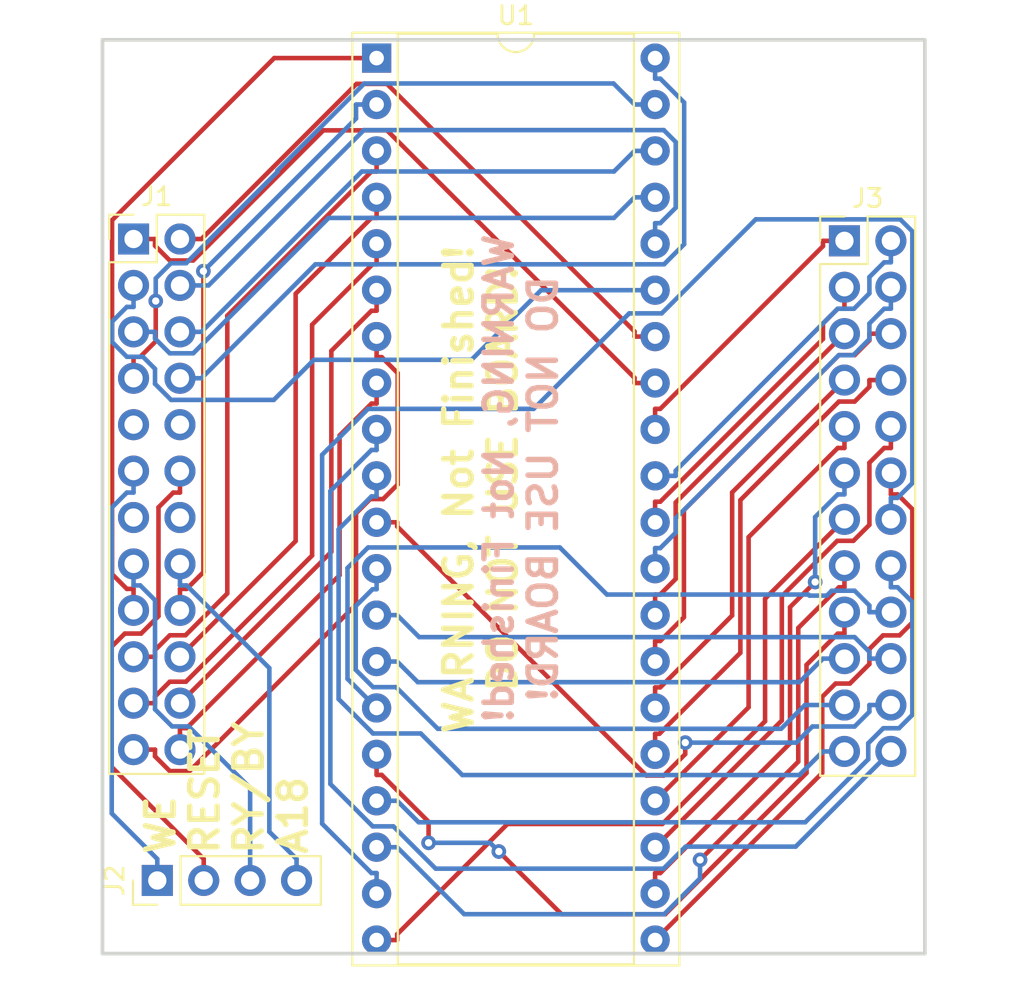
<source format=kicad_pcb>
(kicad_pcb (version 20171130) (host pcbnew 5.0.0)

  (general
    (thickness 1.6)
    (drawings 7)
    (tracks 390)
    (zones 0)
    (modules 4)
    (nets 49)
  )

  (page A4)
  (layers
    (0 F.Cu signal)
    (31 B.Cu signal)
    (32 B.Adhes user)
    (33 F.Adhes user)
    (34 B.Paste user)
    (35 F.Paste user)
    (36 B.SilkS user)
    (37 F.SilkS user)
    (38 B.Mask user)
    (39 F.Mask user)
    (40 Dwgs.User user)
    (41 Cmts.User user)
    (42 Eco1.User user)
    (43 Eco2.User user)
    (44 Edge.Cuts user)
    (45 Margin user)
    (46 B.CrtYd user)
    (47 F.CrtYd user)
    (48 B.Fab user)
    (49 F.Fab user)
  )

  (setup
    (last_trace_width 0.25)
    (trace_clearance 0.2)
    (zone_clearance 0.508)
    (zone_45_only no)
    (trace_min 0.2)
    (segment_width 0.2)
    (edge_width 0.15)
    (via_size 0.8)
    (via_drill 0.4)
    (via_min_size 0.4)
    (via_min_drill 0.3)
    (uvia_size 0.3)
    (uvia_drill 0.1)
    (uvias_allowed no)
    (uvia_min_size 0.2)
    (uvia_min_drill 0.1)
    (pcb_text_width 0.3)
    (pcb_text_size 1.5 1.5)
    (mod_edge_width 0.15)
    (mod_text_size 1 1)
    (mod_text_width 0.15)
    (pad_size 1.524 1.524)
    (pad_drill 0.762)
    (pad_to_mask_clearance 0.2)
    (aux_axis_origin 0 0)
    (visible_elements FFFFFF7F)
    (pcbplotparams
      (layerselection 0x010fc_ffffffff)
      (usegerberextensions false)
      (usegerberattributes false)
      (usegerberadvancedattributes false)
      (creategerberjobfile false)
      (excludeedgelayer true)
      (linewidth 0.100000)
      (plotframeref false)
      (viasonmask false)
      (mode 1)
      (useauxorigin false)
      (hpglpennumber 1)
      (hpglpenspeed 20)
      (hpglpendiameter 15.000000)
      (psnegative false)
      (psa4output false)
      (plotreference true)
      (plotvalue true)
      (plotinvisibletext false)
      (padsonsilk false)
      (subtractmaskfromsilk false)
      (outputformat 1)
      (mirror false)
      (drillshape 1)
      (scaleselection 1)
      (outputdirectory ""))
  )

  (net 0 "")
  (net 1 /P17)
  (net 2 /P37)
  (net 3 /P18)
  (net 4 /P38)
  (net 5 /P19)
  (net 6 /P39)
  (net 7 /P20)
  (net 8 /P40)
  (net 9 /P21)
  (net 10 /P41)
  (net 11 /P22)
  (net 12 /P42)
  (net 13 /P23)
  (net 14 /P43)
  (net 15 /P24)
  (net 16 /P44)
  (net 17 /P25)
  (net 18 /P45)
  (net 19 /P26)
  (net 20 /P46)
  (net 21 /P27)
  (net 22 /P47)
  (net 23 /P28)
  (net 24 /P48)
  (net 25 /P29)
  (net 26 /P1)
  (net 27 /P30)
  (net 28 /P2)
  (net 29 /P31)
  (net 30 /P3)
  (net 31 /P32)
  (net 32 /P4)
  (net 33 /P33)
  (net 34 /P5)
  (net 35 /P34)
  (net 36 /P6)
  (net 37 /P35)
  (net 38 /P7)
  (net 39 /P36)
  (net 40 /P8)
  (net 41 "Net-(J1-Pad9)")
  (net 42 "Net-(J1-Pad10)")
  (net 43 /P11)
  (net 44 /P12)
  (net 45 "Net-(J1-Pad13)")
  (net 46 "Net-(J1-Pad14)")
  (net 47 /P15)
  (net 48 /P16)

  (net_class Default "This is the default net class."
    (clearance 0.2)
    (trace_width 0.25)
    (via_dia 0.8)
    (via_drill 0.4)
    (uvia_dia 0.3)
    (uvia_drill 0.1)
    (add_net /P1)
    (add_net /P11)
    (add_net /P12)
    (add_net /P15)
    (add_net /P16)
    (add_net /P17)
    (add_net /P18)
    (add_net /P19)
    (add_net /P2)
    (add_net /P20)
    (add_net /P21)
    (add_net /P22)
    (add_net /P23)
    (add_net /P24)
    (add_net /P25)
    (add_net /P26)
    (add_net /P27)
    (add_net /P28)
    (add_net /P29)
    (add_net /P3)
    (add_net /P30)
    (add_net /P31)
    (add_net /P32)
    (add_net /P33)
    (add_net /P34)
    (add_net /P35)
    (add_net /P36)
    (add_net /P37)
    (add_net /P38)
    (add_net /P39)
    (add_net /P4)
    (add_net /P40)
    (add_net /P41)
    (add_net /P42)
    (add_net /P43)
    (add_net /P44)
    (add_net /P45)
    (add_net /P46)
    (add_net /P47)
    (add_net /P48)
    (add_net /P5)
    (add_net /P6)
    (add_net /P7)
    (add_net /P8)
    (add_net "Net-(J1-Pad10)")
    (add_net "Net-(J1-Pad13)")
    (add_net "Net-(J1-Pad14)")
    (add_net "Net-(J1-Pad9)")
  )

  (module Connector_PinHeader_2.54mm:PinHeader_1x04_P2.54mm_Vertical (layer F.Cu) (tedit 59FED5CC) (tstamp 5BC3ED4F)
    (at 104 146 90)
    (descr "Through hole straight pin header, 1x04, 2.54mm pitch, single row")
    (tags "Through hole pin header THT 1x04 2.54mm single row")
    (path /5BC31050)
    (fp_text reference J2 (at 0 -2.33 90) (layer F.SilkS)
      (effects (font (size 1 1) (thickness 0.15)))
    )
    (fp_text value Conn_01x04 (at 0 9.95 90) (layer F.Fab)
      (effects (font (size 1 1) (thickness 0.15)))
    )
    (fp_line (start -0.635 -1.27) (end 1.27 -1.27) (layer F.Fab) (width 0.1))
    (fp_line (start 1.27 -1.27) (end 1.27 8.89) (layer F.Fab) (width 0.1))
    (fp_line (start 1.27 8.89) (end -1.27 8.89) (layer F.Fab) (width 0.1))
    (fp_line (start -1.27 8.89) (end -1.27 -0.635) (layer F.Fab) (width 0.1))
    (fp_line (start -1.27 -0.635) (end -0.635 -1.27) (layer F.Fab) (width 0.1))
    (fp_line (start -1.33 8.95) (end 1.33 8.95) (layer F.SilkS) (width 0.12))
    (fp_line (start -1.33 1.27) (end -1.33 8.95) (layer F.SilkS) (width 0.12))
    (fp_line (start 1.33 1.27) (end 1.33 8.95) (layer F.SilkS) (width 0.12))
    (fp_line (start -1.33 1.27) (end 1.33 1.27) (layer F.SilkS) (width 0.12))
    (fp_line (start -1.33 0) (end -1.33 -1.33) (layer F.SilkS) (width 0.12))
    (fp_line (start -1.33 -1.33) (end 0 -1.33) (layer F.SilkS) (width 0.12))
    (fp_line (start -1.8 -1.8) (end -1.8 9.4) (layer F.CrtYd) (width 0.05))
    (fp_line (start -1.8 9.4) (end 1.8 9.4) (layer F.CrtYd) (width 0.05))
    (fp_line (start 1.8 9.4) (end 1.8 -1.8) (layer F.CrtYd) (width 0.05))
    (fp_line (start 1.8 -1.8) (end -1.8 -1.8) (layer F.CrtYd) (width 0.05))
    (fp_text user %R (at 0 3.81 180) (layer F.Fab)
      (effects (font (size 1 1) (thickness 0.15)))
    )
    (pad 1 thru_hole rect (at 0 0 90) (size 1.7 1.7) (drill 1) (layers *.Cu *.Mask)
      (net 43 /P11))
    (pad 2 thru_hole oval (at 0 2.54 90) (size 1.7 1.7) (drill 1) (layers *.Cu *.Mask)
      (net 44 /P12))
    (pad 3 thru_hole oval (at 0 5.08 90) (size 1.7 1.7) (drill 1) (layers *.Cu *.Mask)
      (net 47 /P15))
    (pad 4 thru_hole oval (at 0 7.62 90) (size 1.7 1.7) (drill 1) (layers *.Cu *.Mask)
      (net 48 /P16))
    (model ${KISYS3DMOD}/Connector_PinHeader_2.54mm.3dshapes/PinHeader_1x04_P2.54mm_Vertical.wrl
      (at (xyz 0 0 0))
      (scale (xyz 1 1 1))
      (rotate (xyz 0 0 0))
    )
  )

  (module Connector_PinHeader_2.54mm:PinHeader_2x12_P2.54mm_Vertical (layer F.Cu) (tedit 59FED5CC) (tstamp 5BC3ED37)
    (at 141.6 111)
    (descr "Through hole straight pin header, 2x12, 2.54mm pitch, double rows")
    (tags "Through hole pin header THT 2x12 2.54mm double row")
    (path /5BC09420)
    (fp_text reference J3 (at 1.27 -2.33) (layer F.SilkS)
      (effects (font (size 1 1) (thickness 0.15)))
    )
    (fp_text value Conn_02x12_Odd_Even (at 1.27 30.27) (layer F.Fab)
      (effects (font (size 1 1) (thickness 0.15)))
    )
    (fp_text user %R (at 1.27 13.97 90) (layer F.Fab)
      (effects (font (size 1 1) (thickness 0.15)))
    )
    (fp_line (start 4.35 -1.8) (end -1.8 -1.8) (layer F.CrtYd) (width 0.05))
    (fp_line (start 4.35 29.75) (end 4.35 -1.8) (layer F.CrtYd) (width 0.05))
    (fp_line (start -1.8 29.75) (end 4.35 29.75) (layer F.CrtYd) (width 0.05))
    (fp_line (start -1.8 -1.8) (end -1.8 29.75) (layer F.CrtYd) (width 0.05))
    (fp_line (start -1.33 -1.33) (end 0 -1.33) (layer F.SilkS) (width 0.12))
    (fp_line (start -1.33 0) (end -1.33 -1.33) (layer F.SilkS) (width 0.12))
    (fp_line (start 1.27 -1.33) (end 3.87 -1.33) (layer F.SilkS) (width 0.12))
    (fp_line (start 1.27 1.27) (end 1.27 -1.33) (layer F.SilkS) (width 0.12))
    (fp_line (start -1.33 1.27) (end 1.27 1.27) (layer F.SilkS) (width 0.12))
    (fp_line (start 3.87 -1.33) (end 3.87 29.27) (layer F.SilkS) (width 0.12))
    (fp_line (start -1.33 1.27) (end -1.33 29.27) (layer F.SilkS) (width 0.12))
    (fp_line (start -1.33 29.27) (end 3.87 29.27) (layer F.SilkS) (width 0.12))
    (fp_line (start -1.27 0) (end 0 -1.27) (layer F.Fab) (width 0.1))
    (fp_line (start -1.27 29.21) (end -1.27 0) (layer F.Fab) (width 0.1))
    (fp_line (start 3.81 29.21) (end -1.27 29.21) (layer F.Fab) (width 0.1))
    (fp_line (start 3.81 -1.27) (end 3.81 29.21) (layer F.Fab) (width 0.1))
    (fp_line (start 0 -1.27) (end 3.81 -1.27) (layer F.Fab) (width 0.1))
    (pad 24 thru_hole oval (at 2.54 27.94) (size 1.7 1.7) (drill 1) (layers *.Cu *.Mask)
      (net 17 /P25))
    (pad 23 thru_hole oval (at 0 27.94) (size 1.7 1.7) (drill 1) (layers *.Cu *.Mask)
      (net 19 /P26))
    (pad 22 thru_hole oval (at 2.54 25.4) (size 1.7 1.7) (drill 1) (layers *.Cu *.Mask)
      (net 21 /P27))
    (pad 21 thru_hole oval (at 0 25.4) (size 1.7 1.7) (drill 1) (layers *.Cu *.Mask)
      (net 23 /P28))
    (pad 20 thru_hole oval (at 2.54 22.86) (size 1.7 1.7) (drill 1) (layers *.Cu *.Mask)
      (net 25 /P29))
    (pad 19 thru_hole oval (at 0 22.86) (size 1.7 1.7) (drill 1) (layers *.Cu *.Mask)
      (net 27 /P30))
    (pad 18 thru_hole oval (at 2.54 20.32) (size 1.7 1.7) (drill 1) (layers *.Cu *.Mask)
      (net 29 /P31))
    (pad 17 thru_hole oval (at 0 20.32) (size 1.7 1.7) (drill 1) (layers *.Cu *.Mask)
      (net 31 /P32))
    (pad 16 thru_hole oval (at 2.54 17.78) (size 1.7 1.7) (drill 1) (layers *.Cu *.Mask)
      (net 33 /P33))
    (pad 15 thru_hole oval (at 0 17.78) (size 1.7 1.7) (drill 1) (layers *.Cu *.Mask)
      (net 35 /P34))
    (pad 14 thru_hole oval (at 2.54 15.24) (size 1.7 1.7) (drill 1) (layers *.Cu *.Mask)
      (net 37 /P35))
    (pad 13 thru_hole oval (at 0 15.24) (size 1.7 1.7) (drill 1) (layers *.Cu *.Mask)
      (net 39 /P36))
    (pad 12 thru_hole oval (at 2.54 12.7) (size 1.7 1.7) (drill 1) (layers *.Cu *.Mask)
      (net 2 /P37))
    (pad 11 thru_hole oval (at 0 12.7) (size 1.7 1.7) (drill 1) (layers *.Cu *.Mask)
      (net 4 /P38))
    (pad 10 thru_hole oval (at 2.54 10.16) (size 1.7 1.7) (drill 1) (layers *.Cu *.Mask)
      (net 6 /P39))
    (pad 9 thru_hole oval (at 0 10.16) (size 1.7 1.7) (drill 1) (layers *.Cu *.Mask)
      (net 8 /P40))
    (pad 8 thru_hole oval (at 2.54 7.62) (size 1.7 1.7) (drill 1) (layers *.Cu *.Mask)
      (net 10 /P41))
    (pad 7 thru_hole oval (at 0 7.62) (size 1.7 1.7) (drill 1) (layers *.Cu *.Mask)
      (net 12 /P42))
    (pad 6 thru_hole oval (at 2.54 5.08) (size 1.7 1.7) (drill 1) (layers *.Cu *.Mask)
      (net 14 /P43))
    (pad 5 thru_hole oval (at 0 5.08) (size 1.7 1.7) (drill 1) (layers *.Cu *.Mask)
      (net 16 /P44))
    (pad 4 thru_hole oval (at 2.54 2.54) (size 1.7 1.7) (drill 1) (layers *.Cu *.Mask)
      (net 18 /P45))
    (pad 3 thru_hole oval (at 0 2.54) (size 1.7 1.7) (drill 1) (layers *.Cu *.Mask)
      (net 20 /P46))
    (pad 2 thru_hole oval (at 2.54 0) (size 1.7 1.7) (drill 1) (layers *.Cu *.Mask)
      (net 22 /P47))
    (pad 1 thru_hole rect (at 0 0) (size 1.7 1.7) (drill 1) (layers *.Cu *.Mask)
      (net 24 /P48))
    (model ${KISYS3DMOD}/Connector_PinHeader_2.54mm.3dshapes/PinHeader_2x12_P2.54mm_Vertical.wrl
      (at (xyz 0 0 0))
      (scale (xyz 1 1 1))
      (rotate (xyz 0 0 0))
    )
  )

  (module Connector_PinHeader_2.54mm:PinHeader_2x12_P2.54mm_Vertical (layer F.Cu) (tedit 59FED5CC) (tstamp 5BC3ED09)
    (at 102.7 110.9)
    (descr "Through hole straight pin header, 2x12, 2.54mm pitch, double rows")
    (tags "Through hole pin header THT 2x12 2.54mm double row")
    (path /5BC0931E)
    (fp_text reference J1 (at 1.27 -2.33) (layer F.SilkS)
      (effects (font (size 1 1) (thickness 0.15)))
    )
    (fp_text value Conn_02x12_Odd_Even (at 1.27 30.27) (layer F.Fab)
      (effects (font (size 1 1) (thickness 0.15)))
    )
    (fp_line (start 0 -1.27) (end 3.81 -1.27) (layer F.Fab) (width 0.1))
    (fp_line (start 3.81 -1.27) (end 3.81 29.21) (layer F.Fab) (width 0.1))
    (fp_line (start 3.81 29.21) (end -1.27 29.21) (layer F.Fab) (width 0.1))
    (fp_line (start -1.27 29.21) (end -1.27 0) (layer F.Fab) (width 0.1))
    (fp_line (start -1.27 0) (end 0 -1.27) (layer F.Fab) (width 0.1))
    (fp_line (start -1.33 29.27) (end 3.87 29.27) (layer F.SilkS) (width 0.12))
    (fp_line (start -1.33 1.27) (end -1.33 29.27) (layer F.SilkS) (width 0.12))
    (fp_line (start 3.87 -1.33) (end 3.87 29.27) (layer F.SilkS) (width 0.12))
    (fp_line (start -1.33 1.27) (end 1.27 1.27) (layer F.SilkS) (width 0.12))
    (fp_line (start 1.27 1.27) (end 1.27 -1.33) (layer F.SilkS) (width 0.12))
    (fp_line (start 1.27 -1.33) (end 3.87 -1.33) (layer F.SilkS) (width 0.12))
    (fp_line (start -1.33 0) (end -1.33 -1.33) (layer F.SilkS) (width 0.12))
    (fp_line (start -1.33 -1.33) (end 0 -1.33) (layer F.SilkS) (width 0.12))
    (fp_line (start -1.8 -1.8) (end -1.8 29.75) (layer F.CrtYd) (width 0.05))
    (fp_line (start -1.8 29.75) (end 4.35 29.75) (layer F.CrtYd) (width 0.05))
    (fp_line (start 4.35 29.75) (end 4.35 -1.8) (layer F.CrtYd) (width 0.05))
    (fp_line (start 4.35 -1.8) (end -1.8 -1.8) (layer F.CrtYd) (width 0.05))
    (fp_text user %R (at 1.27 13.97 90) (layer F.Fab)
      (effects (font (size 1 1) (thickness 0.15)))
    )
    (pad 1 thru_hole rect (at 0 0) (size 1.7 1.7) (drill 1) (layers *.Cu *.Mask)
      (net 26 /P1))
    (pad 2 thru_hole oval (at 2.54 0) (size 1.7 1.7) (drill 1) (layers *.Cu *.Mask)
      (net 28 /P2))
    (pad 3 thru_hole oval (at 0 2.54) (size 1.7 1.7) (drill 1) (layers *.Cu *.Mask)
      (net 30 /P3))
    (pad 4 thru_hole oval (at 2.54 2.54) (size 1.7 1.7) (drill 1) (layers *.Cu *.Mask)
      (net 32 /P4))
    (pad 5 thru_hole oval (at 0 5.08) (size 1.7 1.7) (drill 1) (layers *.Cu *.Mask)
      (net 34 /P5))
    (pad 6 thru_hole oval (at 2.54 5.08) (size 1.7 1.7) (drill 1) (layers *.Cu *.Mask)
      (net 36 /P6))
    (pad 7 thru_hole oval (at 0 7.62) (size 1.7 1.7) (drill 1) (layers *.Cu *.Mask)
      (net 38 /P7))
    (pad 8 thru_hole oval (at 2.54 7.62) (size 1.7 1.7) (drill 1) (layers *.Cu *.Mask)
      (net 40 /P8))
    (pad 9 thru_hole oval (at 0 10.16) (size 1.7 1.7) (drill 1) (layers *.Cu *.Mask)
      (net 41 "Net-(J1-Pad9)"))
    (pad 10 thru_hole oval (at 2.54 10.16) (size 1.7 1.7) (drill 1) (layers *.Cu *.Mask)
      (net 42 "Net-(J1-Pad10)"))
    (pad 11 thru_hole oval (at 0 12.7) (size 1.7 1.7) (drill 1) (layers *.Cu *.Mask)
      (net 43 /P11))
    (pad 12 thru_hole oval (at 2.54 12.7) (size 1.7 1.7) (drill 1) (layers *.Cu *.Mask)
      (net 44 /P12))
    (pad 13 thru_hole oval (at 0 15.24) (size 1.7 1.7) (drill 1) (layers *.Cu *.Mask)
      (net 45 "Net-(J1-Pad13)"))
    (pad 14 thru_hole oval (at 2.54 15.24) (size 1.7 1.7) (drill 1) (layers *.Cu *.Mask)
      (net 46 "Net-(J1-Pad14)"))
    (pad 15 thru_hole oval (at 0 17.78) (size 1.7 1.7) (drill 1) (layers *.Cu *.Mask)
      (net 47 /P15))
    (pad 16 thru_hole oval (at 2.54 17.78) (size 1.7 1.7) (drill 1) (layers *.Cu *.Mask)
      (net 48 /P16))
    (pad 17 thru_hole oval (at 0 20.32) (size 1.7 1.7) (drill 1) (layers *.Cu *.Mask)
      (net 1 /P17))
    (pad 18 thru_hole oval (at 2.54 20.32) (size 1.7 1.7) (drill 1) (layers *.Cu *.Mask)
      (net 3 /P18))
    (pad 19 thru_hole oval (at 0 22.86) (size 1.7 1.7) (drill 1) (layers *.Cu *.Mask)
      (net 5 /P19))
    (pad 20 thru_hole oval (at 2.54 22.86) (size 1.7 1.7) (drill 1) (layers *.Cu *.Mask)
      (net 7 /P20))
    (pad 21 thru_hole oval (at 0 25.4) (size 1.7 1.7) (drill 1) (layers *.Cu *.Mask)
      (net 9 /P21))
    (pad 22 thru_hole oval (at 2.54 25.4) (size 1.7 1.7) (drill 1) (layers *.Cu *.Mask)
      (net 11 /P22))
    (pad 23 thru_hole oval (at 0 27.94) (size 1.7 1.7) (drill 1) (layers *.Cu *.Mask)
      (net 13 /P23))
    (pad 24 thru_hole oval (at 2.54 27.94) (size 1.7 1.7) (drill 1) (layers *.Cu *.Mask)
      (net 15 /P24))
    (model ${KISYS3DMOD}/Connector_PinHeader_2.54mm.3dshapes/PinHeader_2x12_P2.54mm_Vertical.wrl
      (at (xyz 0 0 0))
      (scale (xyz 1 1 1))
      (rotate (xyz 0 0 0))
    )
  )

  (module Package_DIP:DIP-40_W15.24mm_Socket (layer F.Cu) (tedit 5A02E8C5) (tstamp 5BC3ECDB)
    (at 116 101)
    (descr "40-lead though-hole mounted DIP package, row spacing 15.24 mm (600 mils), Socket")
    (tags "THT DIP DIL PDIP 2.54mm 15.24mm 600mil Socket")
    (path /5BC0912E)
    (fp_text reference U1 (at 7.62 -2.33) (layer F.SilkS)
      (effects (font (size 1 1) (thickness 0.15)))
    )
    (fp_text value AmigaSocket (at 7.62 50.59) (layer F.Fab)
      (effects (font (size 1 1) (thickness 0.15)))
    )
    (fp_arc (start 7.62 -1.33) (end 6.62 -1.33) (angle -180) (layer F.SilkS) (width 0.12))
    (fp_line (start 1.255 -1.27) (end 14.985 -1.27) (layer F.Fab) (width 0.1))
    (fp_line (start 14.985 -1.27) (end 14.985 49.53) (layer F.Fab) (width 0.1))
    (fp_line (start 14.985 49.53) (end 0.255 49.53) (layer F.Fab) (width 0.1))
    (fp_line (start 0.255 49.53) (end 0.255 -0.27) (layer F.Fab) (width 0.1))
    (fp_line (start 0.255 -0.27) (end 1.255 -1.27) (layer F.Fab) (width 0.1))
    (fp_line (start -1.27 -1.33) (end -1.27 49.59) (layer F.Fab) (width 0.1))
    (fp_line (start -1.27 49.59) (end 16.51 49.59) (layer F.Fab) (width 0.1))
    (fp_line (start 16.51 49.59) (end 16.51 -1.33) (layer F.Fab) (width 0.1))
    (fp_line (start 16.51 -1.33) (end -1.27 -1.33) (layer F.Fab) (width 0.1))
    (fp_line (start 6.62 -1.33) (end 1.16 -1.33) (layer F.SilkS) (width 0.12))
    (fp_line (start 1.16 -1.33) (end 1.16 49.59) (layer F.SilkS) (width 0.12))
    (fp_line (start 1.16 49.59) (end 14.08 49.59) (layer F.SilkS) (width 0.12))
    (fp_line (start 14.08 49.59) (end 14.08 -1.33) (layer F.SilkS) (width 0.12))
    (fp_line (start 14.08 -1.33) (end 8.62 -1.33) (layer F.SilkS) (width 0.12))
    (fp_line (start -1.33 -1.39) (end -1.33 49.65) (layer F.SilkS) (width 0.12))
    (fp_line (start -1.33 49.65) (end 16.57 49.65) (layer F.SilkS) (width 0.12))
    (fp_line (start 16.57 49.65) (end 16.57 -1.39) (layer F.SilkS) (width 0.12))
    (fp_line (start 16.57 -1.39) (end -1.33 -1.39) (layer F.SilkS) (width 0.12))
    (fp_line (start -1.55 -1.6) (end -1.55 49.85) (layer F.CrtYd) (width 0.05))
    (fp_line (start -1.55 49.85) (end 16.8 49.85) (layer F.CrtYd) (width 0.05))
    (fp_line (start 16.8 49.85) (end 16.8 -1.6) (layer F.CrtYd) (width 0.05))
    (fp_line (start 16.8 -1.6) (end -1.55 -1.6) (layer F.CrtYd) (width 0.05))
    (fp_text user %R (at 7.62 24.13) (layer F.Fab)
      (effects (font (size 1 1) (thickness 0.15)))
    )
    (pad 1 thru_hole rect (at 0 0) (size 1.6 1.6) (drill 0.8) (layers *.Cu *.Mask)
      (net 1 /P17))
    (pad 21 thru_hole oval (at 15.24 48.26) (size 1.6 1.6) (drill 0.8) (layers *.Cu *.Mask)
      (net 2 /P37))
    (pad 2 thru_hole oval (at 0 2.54) (size 1.6 1.6) (drill 0.8) (layers *.Cu *.Mask)
      (net 3 /P18))
    (pad 22 thru_hole oval (at 15.24 45.72) (size 1.6 1.6) (drill 0.8) (layers *.Cu *.Mask)
      (net 4 /P38))
    (pad 3 thru_hole oval (at 0 5.08) (size 1.6 1.6) (drill 0.8) (layers *.Cu *.Mask)
      (net 5 /P19))
    (pad 23 thru_hole oval (at 15.24 43.18) (size 1.6 1.6) (drill 0.8) (layers *.Cu *.Mask)
      (net 6 /P39))
    (pad 4 thru_hole oval (at 0 7.62) (size 1.6 1.6) (drill 0.8) (layers *.Cu *.Mask)
      (net 7 /P20))
    (pad 24 thru_hole oval (at 15.24 40.64) (size 1.6 1.6) (drill 0.8) (layers *.Cu *.Mask)
      (net 8 /P40))
    (pad 5 thru_hole oval (at 0 10.16) (size 1.6 1.6) (drill 0.8) (layers *.Cu *.Mask)
      (net 9 /P21))
    (pad 25 thru_hole oval (at 15.24 38.1) (size 1.6 1.6) (drill 0.8) (layers *.Cu *.Mask)
      (net 10 /P41))
    (pad 6 thru_hole oval (at 0 12.7) (size 1.6 1.6) (drill 0.8) (layers *.Cu *.Mask)
      (net 11 /P22))
    (pad 26 thru_hole oval (at 15.24 35.56) (size 1.6 1.6) (drill 0.8) (layers *.Cu *.Mask)
      (net 12 /P42))
    (pad 7 thru_hole oval (at 0 15.24) (size 1.6 1.6) (drill 0.8) (layers *.Cu *.Mask)
      (net 13 /P23))
    (pad 27 thru_hole oval (at 15.24 33.02) (size 1.6 1.6) (drill 0.8) (layers *.Cu *.Mask)
      (net 14 /P43))
    (pad 8 thru_hole oval (at 0 17.78) (size 1.6 1.6) (drill 0.8) (layers *.Cu *.Mask)
      (net 15 /P24))
    (pad 28 thru_hole oval (at 15.24 30.48) (size 1.6 1.6) (drill 0.8) (layers *.Cu *.Mask)
      (net 16 /P44))
    (pad 9 thru_hole oval (at 0 20.32) (size 1.6 1.6) (drill 0.8) (layers *.Cu *.Mask)
      (net 17 /P25))
    (pad 29 thru_hole oval (at 15.24 27.94) (size 1.6 1.6) (drill 0.8) (layers *.Cu *.Mask)
      (net 18 /P45))
    (pad 10 thru_hole oval (at 0 22.86) (size 1.6 1.6) (drill 0.8) (layers *.Cu *.Mask)
      (net 19 /P26))
    (pad 30 thru_hole oval (at 15.24 25.4) (size 1.6 1.6) (drill 0.8) (layers *.Cu *.Mask)
      (net 20 /P46))
    (pad 11 thru_hole oval (at 0 25.4) (size 1.6 1.6) (drill 0.8) (layers *.Cu *.Mask)
      (net 21 /P27))
    (pad 31 thru_hole oval (at 15.24 22.86) (size 1.6 1.6) (drill 0.8) (layers *.Cu *.Mask)
      (net 22 /P47))
    (pad 12 thru_hole oval (at 0 27.94) (size 1.6 1.6) (drill 0.8) (layers *.Cu *.Mask)
      (net 23 /P28))
    (pad 32 thru_hole oval (at 15.24 20.32) (size 1.6 1.6) (drill 0.8) (layers *.Cu *.Mask)
      (net 24 /P48))
    (pad 13 thru_hole oval (at 0 30.48) (size 1.6 1.6) (drill 0.8) (layers *.Cu *.Mask)
      (net 25 /P29))
    (pad 33 thru_hole oval (at 15.24 17.78) (size 1.6 1.6) (drill 0.8) (layers *.Cu *.Mask)
      (net 26 /P1))
    (pad 14 thru_hole oval (at 0 33.02) (size 1.6 1.6) (drill 0.8) (layers *.Cu *.Mask)
      (net 27 /P30))
    (pad 34 thru_hole oval (at 15.24 15.24) (size 1.6 1.6) (drill 0.8) (layers *.Cu *.Mask)
      (net 28 /P2))
    (pad 15 thru_hole oval (at 0 35.56) (size 1.6 1.6) (drill 0.8) (layers *.Cu *.Mask)
      (net 29 /P31))
    (pad 35 thru_hole oval (at 15.24 12.7) (size 1.6 1.6) (drill 0.8) (layers *.Cu *.Mask)
      (net 30 /P3))
    (pad 16 thru_hole oval (at 0 38.1) (size 1.6 1.6) (drill 0.8) (layers *.Cu *.Mask)
      (net 31 /P32))
    (pad 36 thru_hole oval (at 15.24 10.16) (size 1.6 1.6) (drill 0.8) (layers *.Cu *.Mask)
      (net 32 /P4))
    (pad 17 thru_hole oval (at 0 40.64) (size 1.6 1.6) (drill 0.8) (layers *.Cu *.Mask)
      (net 33 /P33))
    (pad 37 thru_hole oval (at 15.24 7.62) (size 1.6 1.6) (drill 0.8) (layers *.Cu *.Mask)
      (net 34 /P5))
    (pad 18 thru_hole oval (at 0 43.18) (size 1.6 1.6) (drill 0.8) (layers *.Cu *.Mask)
      (net 35 /P34))
    (pad 38 thru_hole oval (at 15.24 5.08) (size 1.6 1.6) (drill 0.8) (layers *.Cu *.Mask)
      (net 36 /P6))
    (pad 19 thru_hole oval (at 0 45.72) (size 1.6 1.6) (drill 0.8) (layers *.Cu *.Mask)
      (net 37 /P35))
    (pad 39 thru_hole oval (at 15.24 2.54) (size 1.6 1.6) (drill 0.8) (layers *.Cu *.Mask)
      (net 38 /P7))
    (pad 20 thru_hole oval (at 0 48.26) (size 1.6 1.6) (drill 0.8) (layers *.Cu *.Mask)
      (net 39 /P36))
    (pad 40 thru_hole oval (at 15.24 0) (size 1.6 1.6) (drill 0.8) (layers *.Cu *.Mask)
      (net 40 /P8))
    (model ${KISYS3DMOD}/Package_DIP.3dshapes/DIP-40_W15.24mm_Socket.wrl
      (at (xyz 0 0 0))
      (scale (xyz 1 1 1))
      (rotate (xyz 0 0 0))
    )
  )

  (gr_text "WARNING, Not Finished!\n DO NOT USE BOARD!" (at 121.7 124.6 90) (layer F.SilkS) (tstamp 5BC41E5B)
    (effects (font (size 1.5 1.5) (thickness 0.3)))
  )
  (gr_text "WARNING, Not Finished!\n DO NOT USE BOARD!" (at 123.9 124 90) (layer B.SilkS)
    (effects (font (size 1.5 1.5) (thickness 0.3)) (justify mirror))
  )
  (gr_text "WE\nRESET\nRY/BY\nA18" (at 107.8 144.7 90) (layer F.SilkS)
    (effects (font (size 1.5 1.5) (thickness 0.3)) (justify left))
  )
  (gr_line (start 101 150) (end 101 100) (layer Edge.Cuts) (width 0.2))
  (gr_line (start 146 150) (end 101 150) (layer Edge.Cuts) (width 0.2))
  (gr_line (start 146 100) (end 146 150) (layer Edge.Cuts) (width 0.2))
  (gr_line (start 101 100) (end 146 100) (layer Edge.Cuts) (width 0.2))

  (segment (start 102.7 131.22) (end 102.7 130.0447) (width 0.25) (layer F.Cu) (net 1))
  (segment (start 116 101) (end 110.3977 101) (width 0.25) (layer F.Cu) (net 1))
  (segment (start 110.3977 101) (end 101.5247 109.873) (width 0.25) (layer F.Cu) (net 1))
  (segment (start 101.5247 109.873) (end 101.5247 129.2368) (width 0.25) (layer F.Cu) (net 1))
  (segment (start 101.5247 129.2368) (end 102.3326 130.0447) (width 0.25) (layer F.Cu) (net 1))
  (segment (start 102.3326 130.0447) (end 102.7 130.0447) (width 0.25) (layer F.Cu) (net 1))
  (segment (start 144.14 123.7) (end 144.14 124.8753) (width 0.25) (layer F.Cu) (net 2))
  (segment (start 131.24 149.26) (end 140.3844 140.1156) (width 0.25) (layer F.Cu) (net 2))
  (segment (start 140.3844 140.1156) (end 140.3844 135.9533) (width 0.25) (layer F.Cu) (net 2))
  (segment (start 140.3844 135.9533) (end 141.1131 135.2246) (width 0.25) (layer F.Cu) (net 2))
  (segment (start 141.1131 135.2246) (end 141.8996 135.2246) (width 0.25) (layer F.Cu) (net 2))
  (segment (start 141.8996 135.2246) (end 142.9646 134.1596) (width 0.25) (layer F.Cu) (net 2))
  (segment (start 142.9646 134.1596) (end 142.9646 133.3344) (width 0.25) (layer F.Cu) (net 2))
  (segment (start 142.9646 133.3344) (end 143.709 132.59) (width 0.25) (layer F.Cu) (net 2))
  (segment (start 143.709 132.59) (end 144.6127 132.59) (width 0.25) (layer F.Cu) (net 2))
  (segment (start 144.6127 132.59) (end 145.3153 131.8874) (width 0.25) (layer F.Cu) (net 2))
  (segment (start 145.3153 131.8874) (end 145.3153 125.6832) (width 0.25) (layer F.Cu) (net 2))
  (segment (start 145.3153 125.6832) (end 144.5074 124.8753) (width 0.25) (layer F.Cu) (net 2))
  (segment (start 144.5074 124.8753) (end 144.14 124.8753) (width 0.25) (layer F.Cu) (net 2))
  (segment (start 106.5218 112.6603) (end 106.5218 129.1303) (width 0.25) (layer F.Cu) (net 3))
  (segment (start 106.5218 129.1303) (end 105.6074 130.0447) (width 0.25) (layer F.Cu) (net 3))
  (segment (start 105.6074 130.0447) (end 105.24 130.0447) (width 0.25) (layer F.Cu) (net 3))
  (segment (start 114.8747 103.54) (end 114.8747 104.3074) (width 0.25) (layer B.Cu) (net 3))
  (segment (start 114.8747 104.3074) (end 106.5218 112.6603) (width 0.25) (layer B.Cu) (net 3))
  (segment (start 116 103.54) (end 114.8747 103.54) (width 0.25) (layer B.Cu) (net 3))
  (segment (start 105.24 131.22) (end 105.24 130.0447) (width 0.25) (layer F.Cu) (net 3))
  (via (at 106.5218 112.6603) (size 0.8) (layers F.Cu B.Cu) (net 3))
  (segment (start 139.9965 129.6685) (end 138.6235 131.0415) (width 0.25) (layer F.Cu) (net 4))
  (segment (start 138.6235 131.0415) (end 138.6235 138.4925) (width 0.25) (layer F.Cu) (net 4))
  (segment (start 138.6235 138.4925) (end 131.5213 145.5947) (width 0.25) (layer F.Cu) (net 4))
  (segment (start 131.5213 145.5947) (end 131.24 145.5947) (width 0.25) (layer F.Cu) (net 4))
  (segment (start 141.6 124.8753) (end 141.2327 124.8753) (width 0.25) (layer B.Cu) (net 4))
  (segment (start 141.2327 124.8753) (end 139.9965 126.1115) (width 0.25) (layer B.Cu) (net 4))
  (segment (start 139.9965 126.1115) (end 139.9965 129.6685) (width 0.25) (layer B.Cu) (net 4))
  (segment (start 141.6 123.7) (end 141.6 124.8753) (width 0.25) (layer B.Cu) (net 4))
  (segment (start 131.24 146.72) (end 131.24 145.5947) (width 0.25) (layer F.Cu) (net 4))
  (via (at 139.9965 129.6685) (size 0.8) (layers F.Cu B.Cu) (net 4))
  (segment (start 102.7 133.76) (end 103.8753 133.76) (width 0.25) (layer F.Cu) (net 5))
  (segment (start 116 106.08) (end 116 107.2053) (width 0.25) (layer F.Cu) (net 5))
  (segment (start 116 107.2053) (end 115.7187 107.2053) (width 0.25) (layer F.Cu) (net 5))
  (segment (start 115.7187 107.2053) (end 107.8305 115.0935) (width 0.25) (layer F.Cu) (net 5))
  (segment (start 107.8305 115.0935) (end 107.8305 130.2959) (width 0.25) (layer F.Cu) (net 5))
  (segment (start 107.8305 130.2959) (end 105.5417 132.5847) (width 0.25) (layer F.Cu) (net 5))
  (segment (start 105.5417 132.5847) (end 104.6832 132.5847) (width 0.25) (layer F.Cu) (net 5))
  (segment (start 104.6832 132.5847) (end 103.8753 133.3926) (width 0.25) (layer F.Cu) (net 5))
  (segment (start 103.8753 133.3926) (end 103.8753 133.76) (width 0.25) (layer F.Cu) (net 5))
  (segment (start 144.14 122.3353) (end 143.7726 122.3353) (width 0.25) (layer F.Cu) (net 6))
  (segment (start 143.7726 122.3353) (end 142.9647 123.1432) (width 0.25) (layer F.Cu) (net 6))
  (segment (start 142.9647 123.1432) (end 142.9647 126.5401) (width 0.25) (layer F.Cu) (net 6))
  (segment (start 142.9647 126.5401) (end 142.0894 127.4154) (width 0.25) (layer F.Cu) (net 6))
  (segment (start 142.0894 127.4154) (end 141.2055 127.4154) (width 0.25) (layer F.Cu) (net 6))
  (segment (start 141.2055 127.4154) (end 138.1732 130.4477) (width 0.25) (layer F.Cu) (net 6))
  (segment (start 138.1732 130.4477) (end 138.1732 137.2468) (width 0.25) (layer F.Cu) (net 6))
  (segment (start 138.1732 137.2468) (end 131.24 144.18) (width 0.25) (layer F.Cu) (net 6))
  (segment (start 144.14 121.16) (end 144.14 122.3353) (width 0.25) (layer F.Cu) (net 6))
  (segment (start 116 109.7453) (end 115.7187 109.7453) (width 0.25) (layer F.Cu) (net 7))
  (segment (start 115.7187 109.7453) (end 111.5707 113.8933) (width 0.25) (layer F.Cu) (net 7))
  (segment (start 111.5707 113.8933) (end 111.5707 127.4293) (width 0.25) (layer F.Cu) (net 7))
  (segment (start 111.5707 127.4293) (end 105.24 133.76) (width 0.25) (layer F.Cu) (net 7))
  (segment (start 116 108.62) (end 116 109.7453) (width 0.25) (layer F.Cu) (net 7))
  (segment (start 141.6 121.16) (end 141.6 122.3353) (width 0.25) (layer F.Cu) (net 8))
  (segment (start 131.24 141.64) (end 136.3558 136.5242) (width 0.25) (layer F.Cu) (net 8))
  (segment (start 136.3558 136.5242) (end 136.3558 127.2122) (width 0.25) (layer F.Cu) (net 8))
  (segment (start 136.3558 127.2122) (end 141.2327 122.3353) (width 0.25) (layer F.Cu) (net 8))
  (segment (start 141.2327 122.3353) (end 141.6 122.3353) (width 0.25) (layer F.Cu) (net 8))
  (segment (start 116 112.2853) (end 115.7751 112.2853) (width 0.25) (layer F.Cu) (net 9))
  (segment (start 115.7751 112.2853) (end 112.4713 115.5891) (width 0.25) (layer F.Cu) (net 9))
  (segment (start 112.4713 115.5891) (end 112.4713 128.2182) (width 0.25) (layer F.Cu) (net 9))
  (segment (start 112.4713 128.2182) (end 105.5648 135.1247) (width 0.25) (layer F.Cu) (net 9))
  (segment (start 105.5648 135.1247) (end 104.6832 135.1247) (width 0.25) (layer F.Cu) (net 9))
  (segment (start 104.6832 135.1247) (end 103.8753 135.9326) (width 0.25) (layer F.Cu) (net 9))
  (segment (start 103.8753 135.9326) (end 103.8753 136.3) (width 0.25) (layer F.Cu) (net 9))
  (segment (start 102.7 136.3) (end 103.8753 136.3) (width 0.25) (layer F.Cu) (net 9))
  (segment (start 116 111.16) (end 116 112.2853) (width 0.25) (layer F.Cu) (net 9))
  (segment (start 131.24 137.9747) (end 131.4725 137.9747) (width 0.25) (layer F.Cu) (net 10))
  (segment (start 131.4725 137.9747) (end 135.9054 133.5418) (width 0.25) (layer F.Cu) (net 10))
  (segment (start 135.9054 133.5418) (end 135.9054 125.1882) (width 0.25) (layer F.Cu) (net 10))
  (segment (start 135.9054 125.1882) (end 141.2983 119.7953) (width 0.25) (layer F.Cu) (net 10))
  (segment (start 141.2983 119.7953) (end 142.1568 119.7953) (width 0.25) (layer F.Cu) (net 10))
  (segment (start 142.1568 119.7953) (end 142.9647 118.9874) (width 0.25) (layer F.Cu) (net 10))
  (segment (start 142.9647 118.9874) (end 142.9647 118.62) (width 0.25) (layer F.Cu) (net 10))
  (segment (start 144.14 118.62) (end 142.9647 118.62) (width 0.25) (layer F.Cu) (net 10))
  (segment (start 131.24 139.1) (end 131.24 137.9747) (width 0.25) (layer F.Cu) (net 10))
  (segment (start 116 113.7) (end 116 114.8253) (width 0.25) (layer F.Cu) (net 11))
  (segment (start 116 114.8253) (end 115.7187 114.8253) (width 0.25) (layer F.Cu) (net 11))
  (segment (start 115.7187 114.8253) (end 113.5236 117.0204) (width 0.25) (layer F.Cu) (net 11))
  (segment (start 113.5236 117.0204) (end 113.5236 128.0164) (width 0.25) (layer F.Cu) (net 11))
  (segment (start 113.5236 128.0164) (end 105.24 136.3) (width 0.25) (layer F.Cu) (net 11))
  (segment (start 131.24 135.4347) (end 131.5213 135.4347) (width 0.25) (layer F.Cu) (net 12))
  (segment (start 131.5213 135.4347) (end 135.455 131.501) (width 0.25) (layer F.Cu) (net 12))
  (segment (start 135.455 131.501) (end 135.455 124.765) (width 0.25) (layer F.Cu) (net 12))
  (segment (start 135.455 124.765) (end 141.6 118.62) (width 0.25) (layer F.Cu) (net 12))
  (segment (start 131.24 136.56) (end 131.24 135.4347) (width 0.25) (layer F.Cu) (net 12))
  (segment (start 102.7 138.84) (end 103.8753 138.84) (width 0.25) (layer F.Cu) (net 13))
  (segment (start 116 116.24) (end 116 117.3653) (width 0.25) (layer F.Cu) (net 13))
  (segment (start 116 117.3653) (end 116.2813 117.3653) (width 0.25) (layer F.Cu) (net 13))
  (segment (start 116.2813 117.3653) (end 117.1536 118.2376) (width 0.25) (layer F.Cu) (net 13))
  (segment (start 117.1536 118.2376) (end 117.1536 124.3334) (width 0.25) (layer F.Cu) (net 13))
  (segment (start 117.1536 124.3334) (end 116.357 125.13) (width 0.25) (layer F.Cu) (net 13))
  (segment (start 116.357 125.13) (end 115.6499 125.13) (width 0.25) (layer F.Cu) (net 13))
  (segment (start 115.6499 125.13) (end 114.8746 125.9053) (width 0.25) (layer F.Cu) (net 13))
  (segment (start 114.8746 125.9053) (end 114.8746 130.9056) (width 0.25) (layer F.Cu) (net 13))
  (segment (start 114.8746 130.9056) (end 105.7649 140.0153) (width 0.25) (layer F.Cu) (net 13))
  (segment (start 105.7649 140.0153) (end 104.6832 140.0153) (width 0.25) (layer F.Cu) (net 13))
  (segment (start 104.6832 140.0153) (end 103.8753 139.2074) (width 0.25) (layer F.Cu) (net 13))
  (segment (start 103.8753 139.2074) (end 103.8753 138.84) (width 0.25) (layer F.Cu) (net 13))
  (segment (start 144.14 116.08) (end 142.9647 116.08) (width 0.25) (layer F.Cu) (net 14))
  (segment (start 131.24 134.02) (end 131.24 132.8947) (width 0.25) (layer F.Cu) (net 14))
  (segment (start 131.24 132.8947) (end 131.5213 132.8947) (width 0.25) (layer F.Cu) (net 14))
  (segment (start 131.5213 132.8947) (end 132.8157 131.6003) (width 0.25) (layer F.Cu) (net 14))
  (segment (start 132.8157 131.6003) (end 132.8157 125.7379) (width 0.25) (layer F.Cu) (net 14))
  (segment (start 132.8157 125.7379) (end 141.2983 117.2553) (width 0.25) (layer F.Cu) (net 14))
  (segment (start 141.2983 117.2553) (end 142.1568 117.2553) (width 0.25) (layer F.Cu) (net 14))
  (segment (start 142.1568 117.2553) (end 142.9647 116.4474) (width 0.25) (layer F.Cu) (net 14))
  (segment (start 142.9647 116.4474) (end 142.9647 116.08) (width 0.25) (layer F.Cu) (net 14))
  (segment (start 116 119.9053) (end 115.7187 119.9053) (width 0.25) (layer F.Cu) (net 15))
  (segment (start 115.7187 119.9053) (end 113.974 121.65) (width 0.25) (layer F.Cu) (net 15))
  (segment (start 113.974 121.65) (end 113.974 129.298) (width 0.25) (layer F.Cu) (net 15))
  (segment (start 113.974 129.298) (end 105.6073 137.6647) (width 0.25) (layer F.Cu) (net 15))
  (segment (start 105.6073 137.6647) (end 105.24 137.6647) (width 0.25) (layer F.Cu) (net 15))
  (segment (start 105.24 138.84) (end 105.24 137.6647) (width 0.25) (layer F.Cu) (net 15))
  (segment (start 116 118.78) (end 116 119.9053) (width 0.25) (layer F.Cu) (net 15))
  (segment (start 131.24 131.48) (end 131.24 130.3547) (width 0.25) (layer F.Cu) (net 16))
  (segment (start 131.24 130.3547) (end 131.5121 130.3547) (width 0.25) (layer F.Cu) (net 16))
  (segment (start 131.5121 130.3547) (end 132.3653 129.5015) (width 0.25) (layer F.Cu) (net 16))
  (segment (start 132.3653 129.5015) (end 132.3653 125.3147) (width 0.25) (layer F.Cu) (net 16))
  (segment (start 132.3653 125.3147) (end 141.6 116.08) (width 0.25) (layer F.Cu) (net 16))
  (segment (start 116 122.4453) (end 115.7186 122.4453) (width 0.25) (layer B.Cu) (net 17))
  (segment (start 115.7186 122.4453) (end 113.4701 124.6938) (width 0.25) (layer B.Cu) (net 17))
  (segment (start 113.4701 124.6938) (end 113.4701 140.7217) (width 0.25) (layer B.Cu) (net 17))
  (segment (start 113.4701 140.7217) (end 115.7898 143.0414) (width 0.25) (layer B.Cu) (net 17))
  (segment (start 115.7898 143.0414) (end 116.9203 143.0414) (width 0.25) (layer B.Cu) (net 17))
  (segment (start 116.9203 143.0414) (end 119.232 145.3531) (width 0.25) (layer B.Cu) (net 17))
  (segment (start 119.232 145.3531) (end 131.7011 145.3531) (width 0.25) (layer B.Cu) (net 17))
  (segment (start 131.7011 145.3531) (end 132.907 144.1472) (width 0.25) (layer B.Cu) (net 17))
  (segment (start 132.907 144.1472) (end 138.9328 144.1472) (width 0.25) (layer B.Cu) (net 17))
  (segment (start 138.9328 144.1472) (end 144.14 138.94) (width 0.25) (layer B.Cu) (net 17))
  (segment (start 116 121.32) (end 116 122.4453) (width 0.25) (layer B.Cu) (net 17))
  (segment (start 144.14 113.54) (end 144.14 114.7153) (width 0.25) (layer B.Cu) (net 18))
  (segment (start 131.24 128.94) (end 131.24 127.8147) (width 0.25) (layer B.Cu) (net 18))
  (segment (start 131.24 127.8147) (end 131.5214 127.8147) (width 0.25) (layer B.Cu) (net 18))
  (segment (start 131.5214 127.8147) (end 132.3653 126.9708) (width 0.25) (layer B.Cu) (net 18))
  (segment (start 132.3653 126.9708) (end 132.3653 126.1784) (width 0.25) (layer B.Cu) (net 18))
  (segment (start 132.3653 126.1784) (end 141.2883 117.2554) (width 0.25) (layer B.Cu) (net 18))
  (segment (start 141.2883 117.2554) (end 142.0894 117.2554) (width 0.25) (layer B.Cu) (net 18))
  (segment (start 142.0894 117.2554) (end 142.9647 116.3801) (width 0.25) (layer B.Cu) (net 18))
  (segment (start 142.9647 116.3801) (end 142.9647 115.5232) (width 0.25) (layer B.Cu) (net 18))
  (segment (start 142.9647 115.5232) (end 143.7726 114.7153) (width 0.25) (layer B.Cu) (net 18))
  (segment (start 143.7726 114.7153) (end 144.14 114.7153) (width 0.25) (layer B.Cu) (net 18))
  (segment (start 141.6 138.94) (end 140.4247 138.94) (width 0.25) (layer B.Cu) (net 19))
  (segment (start 116 123.86) (end 116 124.9853) (width 0.25) (layer B.Cu) (net 19))
  (segment (start 116 124.9853) (end 115.7187 124.9853) (width 0.25) (layer B.Cu) (net 19))
  (segment (start 115.7187 124.9853) (end 113.9205 126.7835) (width 0.25) (layer B.Cu) (net 19))
  (segment (start 113.9205 126.7835) (end 113.9205 136.0741) (width 0.25) (layer B.Cu) (net 19))
  (segment (start 113.9205 136.0741) (end 115.8036 137.9572) (width 0.25) (layer B.Cu) (net 19))
  (segment (start 115.8036 137.9572) (end 118.4158 137.9572) (width 0.25) (layer B.Cu) (net 19))
  (segment (start 118.4158 137.9572) (end 120.6898 140.2312) (width 0.25) (layer B.Cu) (net 19))
  (segment (start 120.6898 140.2312) (end 139.1335 140.2312) (width 0.25) (layer B.Cu) (net 19))
  (segment (start 139.1335 140.2312) (end 140.4247 138.94) (width 0.25) (layer B.Cu) (net 19))
  (segment (start 141.6 113.54) (end 141.6 114.7153) (width 0.25) (layer F.Cu) (net 20))
  (segment (start 131.24 126.4) (end 131.24 125.2747) (width 0.25) (layer F.Cu) (net 20))
  (segment (start 131.24 125.2747) (end 131.5214 125.2747) (width 0.25) (layer F.Cu) (net 20))
  (segment (start 131.5214 125.2747) (end 140.4247 116.3714) (width 0.25) (layer F.Cu) (net 20))
  (segment (start 140.4247 116.3714) (end 140.4247 115.5232) (width 0.25) (layer F.Cu) (net 20))
  (segment (start 140.4247 115.5232) (end 141.2326 114.7153) (width 0.25) (layer F.Cu) (net 20))
  (segment (start 141.2326 114.7153) (end 141.6 114.7153) (width 0.25) (layer F.Cu) (net 20))
  (segment (start 142.9647 136.4) (end 142.9647 136.7674) (width 0.25) (layer B.Cu) (net 21))
  (segment (start 142.9647 136.7674) (end 142.1568 137.5753) (width 0.25) (layer B.Cu) (net 21))
  (segment (start 142.1568 137.5753) (end 139.8468 137.5753) (width 0.25) (layer B.Cu) (net 21))
  (segment (start 139.8468 137.5753) (end 138.9648 138.4573) (width 0.25) (layer B.Cu) (net 21))
  (segment (start 138.9648 138.4573) (end 132.8891 138.4573) (width 0.25) (layer B.Cu) (net 21))
  (segment (start 117.1253 126.4) (end 117.1253 126.6263) (width 0.25) (layer F.Cu) (net 21))
  (segment (start 117.1253 126.6263) (end 130.7574 140.2584) (width 0.25) (layer F.Cu) (net 21))
  (segment (start 130.7574 140.2584) (end 131.7154 140.2584) (width 0.25) (layer F.Cu) (net 21))
  (segment (start 131.7154 140.2584) (end 132.8891 139.0847) (width 0.25) (layer F.Cu) (net 21))
  (segment (start 132.8891 139.0847) (end 132.8891 138.4573) (width 0.25) (layer F.Cu) (net 21))
  (segment (start 144.14 136.4) (end 142.9647 136.4) (width 0.25) (layer B.Cu) (net 21))
  (segment (start 116 126.4) (end 117.1253 126.4) (width 0.25) (layer F.Cu) (net 21))
  (via (at 132.8891 138.4573) (size 0.8) (layers F.Cu B.Cu) (net 21))
  (segment (start 144.14 111) (end 144.14 112.1753) (width 0.25) (layer B.Cu) (net 22))
  (segment (start 131.24 123.86) (end 132.3653 123.86) (width 0.25) (layer B.Cu) (net 22))
  (segment (start 132.3653 123.86) (end 132.3653 123.5787) (width 0.25) (layer B.Cu) (net 22))
  (segment (start 132.3653 123.5787) (end 141.2286 114.7154) (width 0.25) (layer B.Cu) (net 22))
  (segment (start 141.2286 114.7154) (end 142.1256 114.7154) (width 0.25) (layer B.Cu) (net 22))
  (segment (start 142.1256 114.7154) (end 142.9647 113.8763) (width 0.25) (layer B.Cu) (net 22))
  (segment (start 142.9647 113.8763) (end 142.9647 112.9832) (width 0.25) (layer B.Cu) (net 22))
  (segment (start 142.9647 112.9832) (end 143.7726 112.1753) (width 0.25) (layer B.Cu) (net 22))
  (segment (start 143.7726 112.1753) (end 144.14 112.1753) (width 0.25) (layer B.Cu) (net 22))
  (segment (start 116 130.0653) (end 115.7764 130.0653) (width 0.25) (layer B.Cu) (net 23))
  (segment (start 115.7764 130.0653) (end 114.8579 130.9838) (width 0.25) (layer B.Cu) (net 23))
  (segment (start 114.8579 130.9838) (end 114.8579 134.4732) (width 0.25) (layer B.Cu) (net 23))
  (segment (start 114.8579 134.4732) (end 115.8074 135.4227) (width 0.25) (layer B.Cu) (net 23))
  (segment (start 115.8074 135.4227) (end 117.0694 135.4227) (width 0.25) (layer B.Cu) (net 23))
  (segment (start 117.0694 135.4227) (end 119.347 137.7003) (width 0.25) (layer B.Cu) (net 23))
  (segment (start 119.347 137.7003) (end 138.135 137.7003) (width 0.25) (layer B.Cu) (net 23))
  (segment (start 138.135 137.7003) (end 139.4353 136.4) (width 0.25) (layer B.Cu) (net 23))
  (segment (start 139.4353 136.4) (end 141.6 136.4) (width 0.25) (layer B.Cu) (net 23))
  (segment (start 116 128.94) (end 116 130.0653) (width 0.25) (layer B.Cu) (net 23))
  (segment (start 131.24 121.32) (end 131.24 120.1947) (width 0.25) (layer F.Cu) (net 24))
  (segment (start 141.6 111) (end 140.4247 111) (width 0.25) (layer F.Cu) (net 24))
  (segment (start 131.24 120.1947) (end 131.5213 120.1947) (width 0.25) (layer F.Cu) (net 24))
  (segment (start 131.5213 120.1947) (end 140.4247 111.2913) (width 0.25) (layer F.Cu) (net 24))
  (segment (start 140.4247 111.2913) (end 140.4247 111) (width 0.25) (layer F.Cu) (net 24))
  (segment (start 144.14 133.86) (end 142.9647 133.86) (width 0.25) (layer B.Cu) (net 25))
  (segment (start 116 131.48) (end 117.1253 131.48) (width 0.25) (layer B.Cu) (net 25))
  (segment (start 117.1253 131.48) (end 118.33 132.6847) (width 0.25) (layer B.Cu) (net 25))
  (segment (start 118.33 132.6847) (end 142.1568 132.6847) (width 0.25) (layer B.Cu) (net 25))
  (segment (start 142.1568 132.6847) (end 142.9647 133.4926) (width 0.25) (layer B.Cu) (net 25))
  (segment (start 142.9647 133.4926) (end 142.9647 133.86) (width 0.25) (layer B.Cu) (net 25))
  (segment (start 102.7 110.9) (end 103.8753 110.9) (width 0.25) (layer F.Cu) (net 26))
  (segment (start 131.24 118.78) (end 130.1147 118.78) (width 0.25) (layer F.Cu) (net 26))
  (segment (start 130.1147 118.78) (end 130.1147 118.4987) (width 0.25) (layer F.Cu) (net 26))
  (segment (start 130.1147 118.4987) (end 116.5706 104.9546) (width 0.25) (layer F.Cu) (net 26))
  (segment (start 116.5706 104.9546) (end 113.0856 104.9546) (width 0.25) (layer F.Cu) (net 26))
  (segment (start 113.0856 104.9546) (end 105.9649 112.0753) (width 0.25) (layer F.Cu) (net 26))
  (segment (start 105.9649 112.0753) (end 104.6832 112.0753) (width 0.25) (layer F.Cu) (net 26))
  (segment (start 104.6832 112.0753) (end 103.8753 111.2674) (width 0.25) (layer F.Cu) (net 26))
  (segment (start 103.8753 111.2674) (end 103.8753 110.9) (width 0.25) (layer F.Cu) (net 26))
  (segment (start 141.6 133.86) (end 140.4247 133.86) (width 0.25) (layer B.Cu) (net 27))
  (segment (start 116 134.02) (end 117.1253 134.02) (width 0.25) (layer B.Cu) (net 27))
  (segment (start 117.1253 134.02) (end 118.2546 135.1493) (width 0.25) (layer B.Cu) (net 27))
  (segment (start 118.2546 135.1493) (end 139.1354 135.1493) (width 0.25) (layer B.Cu) (net 27))
  (segment (start 139.1354 135.1493) (end 140.4247 133.86) (width 0.25) (layer B.Cu) (net 27))
  (segment (start 105.24 110.9) (end 106.4153 110.9) (width 0.25) (layer F.Cu) (net 28))
  (segment (start 131.24 116.24) (end 130.1147 116.24) (width 0.25) (layer F.Cu) (net 28))
  (segment (start 130.1147 116.24) (end 130.1147 115.9587) (width 0.25) (layer F.Cu) (net 28))
  (segment (start 130.1147 115.9587) (end 116.5683 102.4123) (width 0.25) (layer F.Cu) (net 28))
  (segment (start 116.5683 102.4123) (end 114.903 102.4123) (width 0.25) (layer F.Cu) (net 28))
  (segment (start 114.903 102.4123) (end 106.4153 110.9) (width 0.25) (layer F.Cu) (net 28))
  (segment (start 116 136.56) (end 114.4075 134.9675) (width 0.25) (layer B.Cu) (net 29))
  (segment (start 114.4075 134.9675) (end 114.4075 128.9041) (width 0.25) (layer B.Cu) (net 29))
  (segment (start 114.4075 128.9041) (end 115.5331 127.7785) (width 0.25) (layer B.Cu) (net 29))
  (segment (start 115.5331 127.7785) (end 126.0263 127.7785) (width 0.25) (layer B.Cu) (net 29))
  (segment (start 126.0263 127.7785) (end 128.6025 130.3547) (width 0.25) (layer B.Cu) (net 29))
  (segment (start 128.6025 130.3547) (end 139.6301 130.3547) (width 0.25) (layer B.Cu) (net 29))
  (segment (start 139.6301 130.3547) (end 139.6887 130.4133) (width 0.25) (layer B.Cu) (net 29))
  (segment (start 139.6887 130.4133) (end 140.6388 130.4133) (width 0.25) (layer B.Cu) (net 29))
  (segment (start 140.6388 130.4133) (end 140.9074 130.1447) (width 0.25) (layer B.Cu) (net 29))
  (segment (start 140.9074 130.1447) (end 142.1568 130.1447) (width 0.25) (layer B.Cu) (net 29))
  (segment (start 142.1568 130.1447) (end 142.9647 130.9526) (width 0.25) (layer B.Cu) (net 29))
  (segment (start 142.9647 130.9526) (end 142.9647 131.32) (width 0.25) (layer B.Cu) (net 29))
  (segment (start 144.14 131.32) (end 142.9647 131.32) (width 0.25) (layer B.Cu) (net 29))
  (segment (start 102.7 114.6153) (end 102.3326 114.6153) (width 0.25) (layer B.Cu) (net 30))
  (segment (start 102.3326 114.6153) (end 101.5247 115.4232) (width 0.25) (layer B.Cu) (net 30))
  (segment (start 101.5247 115.4232) (end 101.5247 116.5368) (width 0.25) (layer B.Cu) (net 30))
  (segment (start 101.5247 116.5368) (end 102.3326 117.3447) (width 0.25) (layer B.Cu) (net 30))
  (segment (start 102.3326 117.3447) (end 103.2141 117.3447) (width 0.25) (layer B.Cu) (net 30))
  (segment (start 103.2141 117.3447) (end 103.8755 118.0061) (width 0.25) (layer B.Cu) (net 30))
  (segment (start 103.8755 118.0061) (end 103.8755 118.826) (width 0.25) (layer B.Cu) (net 30))
  (segment (start 103.8755 118.826) (end 104.7534 119.7039) (width 0.25) (layer B.Cu) (net 30))
  (segment (start 104.7534 119.7039) (end 110.3755 119.7039) (width 0.25) (layer B.Cu) (net 30))
  (segment (start 110.3755 119.7039) (end 112.5694 117.51) (width 0.25) (layer B.Cu) (net 30))
  (segment (start 112.5694 117.51) (end 121.1916 117.51) (width 0.25) (layer B.Cu) (net 30))
  (segment (start 121.1916 117.51) (end 125.0016 113.7) (width 0.25) (layer B.Cu) (net 30))
  (segment (start 125.0016 113.7) (end 131.24 113.7) (width 0.25) (layer B.Cu) (net 30))
  (segment (start 102.7 113.44) (end 102.7 114.6153) (width 0.25) (layer B.Cu) (net 30))
  (segment (start 141.6 132.4953) (end 141.2326 132.4953) (width 0.25) (layer F.Cu) (net 31))
  (segment (start 141.2326 132.4953) (end 139.5242 134.2037) (width 0.25) (layer F.Cu) (net 31))
  (segment (start 139.5242 134.2037) (end 139.5242 140.1182) (width 0.25) (layer F.Cu) (net 31))
  (segment (start 139.5242 140.1182) (end 131.7907 147.8517) (width 0.25) (layer F.Cu) (net 31))
  (segment (start 131.7907 147.8517) (end 126.1238 147.8517) (width 0.25) (layer F.Cu) (net 31))
  (segment (start 126.1238 147.8517) (end 122.6879 144.4158) (width 0.25) (layer F.Cu) (net 31))
  (segment (start 116 139.1) (end 116 140.2253) (width 0.25) (layer F.Cu) (net 31))
  (segment (start 141.6 131.32) (end 141.6 132.4953) (width 0.25) (layer F.Cu) (net 31))
  (segment (start 118.8441 143.9395) (end 122.2116 143.9395) (width 0.25) (layer B.Cu) (net 31))
  (segment (start 122.2116 143.9395) (end 122.6879 144.4158) (width 0.25) (layer B.Cu) (net 31))
  (segment (start 116 140.2253) (end 116.2813 140.2253) (width 0.25) (layer F.Cu) (net 31))
  (segment (start 116.2813 140.2253) (end 118.8441 142.7881) (width 0.25) (layer F.Cu) (net 31))
  (segment (start 118.8441 142.7881) (end 118.8441 143.9395) (width 0.25) (layer F.Cu) (net 31))
  (via (at 122.6879 144.4158) (size 0.8) (layers F.Cu B.Cu) (net 31))
  (via (at 118.8441 143.9395) (size 0.8) (layers F.Cu B.Cu) (net 31))
  (segment (start 131.24 111.16) (end 131.24 110.0347) (width 0.25) (layer B.Cu) (net 32))
  (segment (start 131.24 110.0347) (end 131.5213 110.0347) (width 0.25) (layer B.Cu) (net 32))
  (segment (start 131.5213 110.0347) (end 132.3669 109.1891) (width 0.25) (layer B.Cu) (net 32))
  (segment (start 132.3669 109.1891) (end 132.3669 105.5912) (width 0.25) (layer B.Cu) (net 32))
  (segment (start 132.3669 105.5912) (end 131.7165 104.9408) (width 0.25) (layer B.Cu) (net 32))
  (segment (start 131.7165 104.9408) (end 115.3042 104.9408) (width 0.25) (layer B.Cu) (net 32))
  (segment (start 115.3042 104.9408) (end 106.805 113.44) (width 0.25) (layer B.Cu) (net 32))
  (segment (start 106.805 113.44) (end 105.24 113.44) (width 0.25) (layer B.Cu) (net 32))
  (segment (start 144.14 128.78) (end 144.14 129.9553) (width 0.25) (layer B.Cu) (net 33))
  (segment (start 116 141.64) (end 117.1253 141.64) (width 0.25) (layer B.Cu) (net 33))
  (segment (start 117.1253 141.64) (end 118.3016 142.8163) (width 0.25) (layer B.Cu) (net 33))
  (segment (start 118.3016 142.8163) (end 139.4529 142.8163) (width 0.25) (layer B.Cu) (net 33))
  (segment (start 139.4529 142.8163) (end 142.9034 139.3658) (width 0.25) (layer B.Cu) (net 33))
  (segment (start 142.9034 139.3658) (end 142.9034 138.4924) (width 0.25) (layer B.Cu) (net 33))
  (segment (start 142.9034 138.4924) (end 143.7258 137.67) (width 0.25) (layer B.Cu) (net 33))
  (segment (start 143.7258 137.67) (end 144.5843 137.67) (width 0.25) (layer B.Cu) (net 33))
  (segment (start 144.5843 137.67) (end 145.3153 136.939) (width 0.25) (layer B.Cu) (net 33))
  (segment (start 145.3153 136.939) (end 145.3153 130.7632) (width 0.25) (layer B.Cu) (net 33))
  (segment (start 145.3153 130.7632) (end 144.5074 129.9553) (width 0.25) (layer B.Cu) (net 33))
  (segment (start 144.5074 129.9553) (end 144.14 129.9553) (width 0.25) (layer B.Cu) (net 33))
  (segment (start 102.7 115.98) (end 103.8753 115.98) (width 0.25) (layer B.Cu) (net 34))
  (segment (start 131.24 108.62) (end 130.1147 108.62) (width 0.25) (layer B.Cu) (net 34))
  (segment (start 130.1147 108.62) (end 128.9894 109.7453) (width 0.25) (layer B.Cu) (net 34))
  (segment (start 128.9894 109.7453) (end 113.3749 109.7453) (width 0.25) (layer B.Cu) (net 34))
  (segment (start 113.3749 109.7453) (end 105.9649 117.1553) (width 0.25) (layer B.Cu) (net 34))
  (segment (start 105.9649 117.1553) (end 104.6832 117.1553) (width 0.25) (layer B.Cu) (net 34))
  (segment (start 104.6832 117.1553) (end 103.8753 116.3474) (width 0.25) (layer B.Cu) (net 34))
  (segment (start 103.8753 116.3474) (end 103.8753 115.98) (width 0.25) (layer B.Cu) (net 34))
  (segment (start 141.6 129.9553) (end 141.2998 129.9553) (width 0.25) (layer F.Cu) (net 35))
  (segment (start 141.2998 129.9553) (end 139.0738 132.1813) (width 0.25) (layer F.Cu) (net 35))
  (segment (start 139.0738 132.1813) (end 139.0738 139.4982) (width 0.25) (layer F.Cu) (net 35))
  (segment (start 139.0738 139.4982) (end 133.6986 144.8734) (width 0.25) (layer F.Cu) (net 35))
  (segment (start 117.1253 144.18) (end 120.7907 147.8454) (width 0.25) (layer B.Cu) (net 35))
  (segment (start 120.7907 147.8454) (end 131.7393 147.8454) (width 0.25) (layer B.Cu) (net 35))
  (segment (start 131.7393 147.8454) (end 133.6986 145.8861) (width 0.25) (layer B.Cu) (net 35))
  (segment (start 133.6986 145.8861) (end 133.6986 144.8734) (width 0.25) (layer B.Cu) (net 35))
  (segment (start 116 144.18) (end 117.1253 144.18) (width 0.25) (layer B.Cu) (net 35))
  (segment (start 141.6 128.78) (end 141.6 129.9553) (width 0.25) (layer F.Cu) (net 35))
  (via (at 133.6986 144.8734) (size 0.8) (layers F.Cu B.Cu) (net 35))
  (segment (start 106.4153 115.98) (end 115.19 107.2053) (width 0.25) (layer B.Cu) (net 36))
  (segment (start 115.19 107.2053) (end 128.9894 107.2053) (width 0.25) (layer B.Cu) (net 36))
  (segment (start 128.9894 107.2053) (end 130.1147 106.08) (width 0.25) (layer B.Cu) (net 36))
  (segment (start 105.24 115.98) (end 106.4153 115.98) (width 0.25) (layer B.Cu) (net 36))
  (segment (start 131.24 106.08) (end 130.1147 106.08) (width 0.25) (layer B.Cu) (net 36))
  (segment (start 144.14 125.0647) (end 144.5074 125.0647) (width 0.25) (layer B.Cu) (net 37))
  (segment (start 144.5074 125.0647) (end 145.3153 124.2568) (width 0.25) (layer B.Cu) (net 37))
  (segment (start 145.3153 124.2568) (end 145.3153 110.4848) (width 0.25) (layer B.Cu) (net 37))
  (segment (start 145.3153 110.4848) (end 144.6551 109.8246) (width 0.25) (layer B.Cu) (net 37))
  (segment (start 144.6551 109.8246) (end 136.7454 109.8246) (width 0.25) (layer B.Cu) (net 37))
  (segment (start 136.7454 109.8246) (end 131.6 114.97) (width 0.25) (layer B.Cu) (net 37))
  (segment (start 131.6 114.97) (end 129.8209 114.97) (width 0.25) (layer B.Cu) (net 37))
  (segment (start 129.8209 114.97) (end 124.5963 120.1946) (width 0.25) (layer B.Cu) (net 37))
  (segment (start 124.5963 120.1946) (end 115.5325 120.1946) (width 0.25) (layer B.Cu) (net 37))
  (segment (start 115.5325 120.1946) (end 113.0198 122.7073) (width 0.25) (layer B.Cu) (net 37))
  (segment (start 113.0198 122.7073) (end 113.0198 142.8958) (width 0.25) (layer B.Cu) (net 37))
  (segment (start 113.0198 142.8958) (end 115.7187 145.5947) (width 0.25) (layer B.Cu) (net 37))
  (segment (start 115.7187 145.5947) (end 116 145.5947) (width 0.25) (layer B.Cu) (net 37))
  (segment (start 116 146.72) (end 116 145.5947) (width 0.25) (layer B.Cu) (net 37))
  (segment (start 144.14 126.24) (end 144.14 125.0647) (width 0.25) (layer B.Cu) (net 37))
  (segment (start 131.24 103.54) (end 130.1147 103.54) (width 0.25) (layer B.Cu) (net 38))
  (segment (start 102.7 117.3447) (end 103.0673 117.3447) (width 0.25) (layer F.Cu) (net 38))
  (segment (start 103.0673 117.3447) (end 103.914 116.498) (width 0.25) (layer F.Cu) (net 38))
  (segment (start 103.914 116.498) (end 103.914 114.2927) (width 0.25) (layer F.Cu) (net 38))
  (segment (start 130.1147 103.54) (end 128.9653 102.3906) (width 0.25) (layer B.Cu) (net 38))
  (segment (start 128.9653 102.3906) (end 115.3289 102.3906) (width 0.25) (layer B.Cu) (net 38))
  (segment (start 115.3289 102.3906) (end 110.5792 107.1403) (width 0.25) (layer B.Cu) (net 38))
  (segment (start 110.5792 107.1403) (end 110.5792 107.2231) (width 0.25) (layer B.Cu) (net 38))
  (segment (start 110.5792 107.2231) (end 105.5763 112.226) (width 0.25) (layer B.Cu) (net 38))
  (segment (start 105.5763 112.226) (end 104.7451 112.226) (width 0.25) (layer B.Cu) (net 38))
  (segment (start 104.7451 112.226) (end 103.914 113.0571) (width 0.25) (layer B.Cu) (net 38))
  (segment (start 103.914 113.0571) (end 103.914 114.2927) (width 0.25) (layer B.Cu) (net 38))
  (segment (start 102.7 118.52) (end 102.7 117.3447) (width 0.25) (layer F.Cu) (net 38))
  (via (at 103.914 114.2927) (size 0.8) (layers F.Cu B.Cu) (net 38))
  (segment (start 117.1253 149.26) (end 117.1253 148.9435) (width 0.25) (layer F.Cu) (net 39))
  (segment (start 117.1253 148.9435) (end 123.1588 142.91) (width 0.25) (layer F.Cu) (net 39))
  (segment (start 123.1588 142.91) (end 131.6357 142.91) (width 0.25) (layer F.Cu) (net 39))
  (segment (start 131.6357 142.91) (end 137.2565 137.2892) (width 0.25) (layer F.Cu) (net 39))
  (segment (start 137.2565 137.2892) (end 137.2565 130.5835) (width 0.25) (layer F.Cu) (net 39))
  (segment (start 137.2565 130.5835) (end 141.6 126.24) (width 0.25) (layer F.Cu) (net 39))
  (segment (start 116 149.26) (end 117.1253 149.26) (width 0.25) (layer F.Cu) (net 39))
  (segment (start 105.24 118.52) (end 106.4153 118.52) (width 0.25) (layer B.Cu) (net 40))
  (segment (start 131.24 101) (end 131.24 102.1253) (width 0.25) (layer B.Cu) (net 40))
  (segment (start 131.24 102.1253) (end 131.5213 102.1253) (width 0.25) (layer B.Cu) (net 40))
  (segment (start 131.5213 102.1253) (end 132.829 103.433) (width 0.25) (layer B.Cu) (net 40))
  (segment (start 132.829 103.433) (end 132.829 111.1862) (width 0.25) (layer B.Cu) (net 40))
  (segment (start 132.829 111.1862) (end 131.7298 112.2854) (width 0.25) (layer B.Cu) (net 40))
  (segment (start 131.7298 112.2854) (end 112.6499 112.2854) (width 0.25) (layer B.Cu) (net 40))
  (segment (start 112.6499 112.2854) (end 106.4153 118.52) (width 0.25) (layer B.Cu) (net 40))
  (segment (start 104 146) (end 104 144.8247) (width 0.25) (layer B.Cu) (net 43))
  (segment (start 102.7 123.6) (end 102.7 124.7753) (width 0.25) (layer B.Cu) (net 43))
  (segment (start 102.7 124.7753) (end 102.3327 124.7753) (width 0.25) (layer B.Cu) (net 43))
  (segment (start 102.3327 124.7753) (end 101.506 125.602) (width 0.25) (layer B.Cu) (net 43))
  (segment (start 101.506 125.602) (end 101.506 142.3307) (width 0.25) (layer B.Cu) (net 43))
  (segment (start 101.506 142.3307) (end 104 144.8247) (width 0.25) (layer B.Cu) (net 43))
  (segment (start 106.54 146) (end 106.54 144.8247) (width 0.25) (layer F.Cu) (net 44))
  (segment (start 105.24 123.6) (end 105.24 124.7753) (width 0.25) (layer F.Cu) (net 44))
  (segment (start 105.24 124.7753) (end 104.8726 124.7753) (width 0.25) (layer F.Cu) (net 44))
  (segment (start 104.8726 124.7753) (end 104.0647 125.5832) (width 0.25) (layer F.Cu) (net 44))
  (segment (start 104.0647 125.5832) (end 104.0647 131.5395) (width 0.25) (layer F.Cu) (net 44))
  (segment (start 104.0647 131.5395) (end 103.1142 132.49) (width 0.25) (layer F.Cu) (net 44))
  (segment (start 103.1142 132.49) (end 102.22 132.49) (width 0.25) (layer F.Cu) (net 44))
  (segment (start 102.22 132.49) (end 101.5013 133.2087) (width 0.25) (layer F.Cu) (net 44))
  (segment (start 101.5013 133.2087) (end 101.5013 139.786) (width 0.25) (layer F.Cu) (net 44))
  (segment (start 101.5013 139.786) (end 106.54 144.8247) (width 0.25) (layer F.Cu) (net 44))
  (segment (start 109.08 146) (end 109.08 144.8247) (width 0.25) (layer B.Cu) (net 47))
  (segment (start 102.7 128.68) (end 102.7 129.8553) (width 0.25) (layer B.Cu) (net 47))
  (segment (start 102.7 129.8553) (end 103.0674 129.8553) (width 0.25) (layer B.Cu) (net 47))
  (segment (start 103.0674 129.8553) (end 103.8753 130.6632) (width 0.25) (layer B.Cu) (net 47))
  (segment (start 103.8753 130.6632) (end 103.8753 136.6363) (width 0.25) (layer B.Cu) (net 47))
  (segment (start 103.8753 136.6363) (end 104.809 137.57) (width 0.25) (layer B.Cu) (net 47))
  (segment (start 104.809 137.57) (end 105.7127 137.57) (width 0.25) (layer B.Cu) (net 47))
  (segment (start 105.7127 137.57) (end 109.08 140.9373) (width 0.25) (layer B.Cu) (net 47))
  (segment (start 109.08 140.9373) (end 109.08 144.8247) (width 0.25) (layer B.Cu) (net 47))
  (segment (start 111.62 146) (end 111.62 144.8247) (width 0.25) (layer B.Cu) (net 48))
  (segment (start 105.24 128.68) (end 105.24 129.8553) (width 0.25) (layer B.Cu) (net 48))
  (segment (start 105.24 129.8553) (end 105.6073 129.8553) (width 0.25) (layer B.Cu) (net 48))
  (segment (start 105.6073 129.8553) (end 110.1308 134.3788) (width 0.25) (layer B.Cu) (net 48))
  (segment (start 110.1308 134.3788) (end 110.1308 143.3355) (width 0.25) (layer B.Cu) (net 48))
  (segment (start 110.1308 143.3355) (end 111.62 144.8247) (width 0.25) (layer B.Cu) (net 48))

)

</source>
